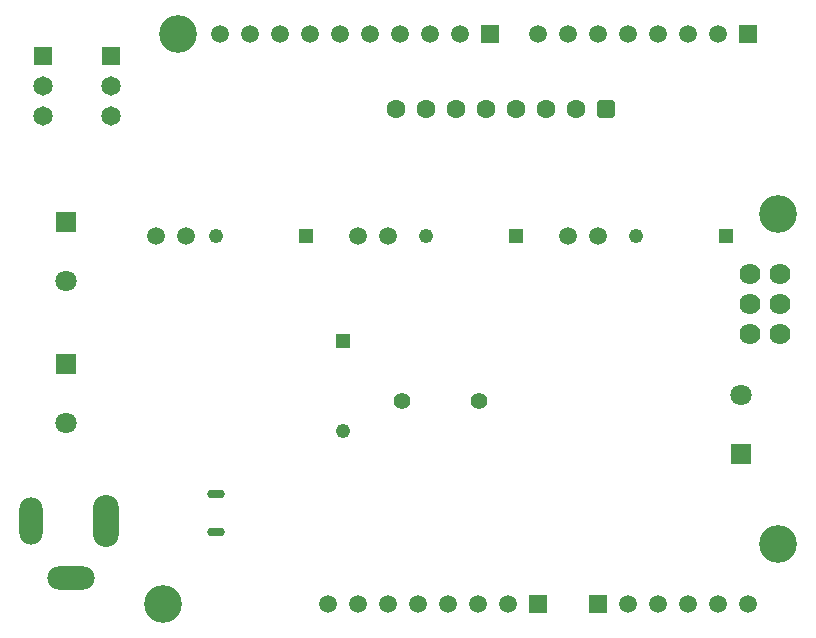
<source format=gtl>
G04*
G04 #@! TF.GenerationSoftware,Altium Limited,Altium Designer,22.5.1 (42)*
G04*
G04 Layer_Physical_Order=1*
G04 Layer_Color=255*
%FSLAX42Y42*%
%MOMM*%
G71*
G04*
G04 #@! TF.SameCoordinates,8F982C1A-2937-4736-9447-CD7387795ED9*
G04*
G04*
G04 #@! TF.FilePolarity,Positive*
G04*
G01*
G75*
%ADD24R,1.24X1.24*%
%ADD25C,1.24*%
%ADD26R,1.24X1.24*%
%ADD34C,1.80*%
%ADD35R,1.80X1.80*%
%ADD36O,2.00X4.00*%
%ADD37O,4.00X2.00*%
%ADD38O,2.20X4.40*%
%ADD39R,1.65X1.65*%
%ADD40C,1.65*%
%ADD41C,1.60*%
G04:AMPARAMS|DCode=42|XSize=1.6mm|YSize=1.6mm|CornerRadius=0.4mm|HoleSize=0mm|Usage=FLASHONLY|Rotation=180.000|XOffset=0mm|YOffset=0mm|HoleType=Round|Shape=RoundedRectangle|*
%AMROUNDEDRECTD42*
21,1,1.60,0.80,0,0,180.0*
21,1,0.80,1.60,0,0,180.0*
1,1,0.80,-0.40,0.40*
1,1,0.80,0.40,0.40*
1,1,0.80,0.40,-0.40*
1,1,0.80,-0.40,-0.40*
%
%ADD42ROUNDEDRECTD42*%
%ADD43C,1.50*%
%ADD44O,1.52X0.76*%
%ADD45C,1.41*%
%ADD46C,1.78*%
%ADD47C,1.52*%
%ADD48R,1.52X1.52*%
%ADD49C,3.20*%
D24*
X2921Y2476D02*
D03*
D25*
Y1715D02*
D03*
X1842Y3365D02*
D03*
X5397D02*
D03*
X3619D02*
D03*
D26*
X2603D02*
D03*
X6160D02*
D03*
X4381D02*
D03*
D34*
X6287Y2024D02*
D03*
X572Y2988D02*
D03*
Y1782D02*
D03*
D35*
X6287Y1524D02*
D03*
X572Y3488D02*
D03*
Y2282D02*
D03*
D36*
X279Y952D02*
D03*
D37*
X619Y473D02*
D03*
D38*
X909Y952D02*
D03*
D39*
X381Y4890D02*
D03*
X952D02*
D03*
D40*
X381Y4635D02*
D03*
Y4381D02*
D03*
X952D02*
D03*
Y4635D02*
D03*
D41*
X3365Y4445D02*
D03*
X3619D02*
D03*
X4128D02*
D03*
X4635D02*
D03*
X4890D02*
D03*
X4381D02*
D03*
X3874D02*
D03*
D42*
X5144D02*
D03*
D43*
X3302Y3365D02*
D03*
X3048D02*
D03*
X1588D02*
D03*
X1334D02*
D03*
X5080D02*
D03*
X4826D02*
D03*
D44*
X1842Y864D02*
D03*
Y1181D02*
D03*
D45*
X4071Y1968D02*
D03*
X3422D02*
D03*
D46*
X6618Y2535D02*
D03*
X6364D02*
D03*
X6618Y2789D02*
D03*
X6364D02*
D03*
X6618Y3043D02*
D03*
X6364D02*
D03*
D47*
X4064Y254D02*
D03*
X4318D02*
D03*
X2794D02*
D03*
X3048D02*
D03*
X3302D02*
D03*
X3556D02*
D03*
X3810D02*
D03*
X5842Y5080D02*
D03*
X6096D02*
D03*
X4572D02*
D03*
X4826D02*
D03*
X5080D02*
D03*
X5334D02*
D03*
X5588D02*
D03*
X1880D02*
D03*
X2134D02*
D03*
X2388D02*
D03*
X2642D02*
D03*
X2896D02*
D03*
X3150D02*
D03*
X3404D02*
D03*
X3658D02*
D03*
X3912D02*
D03*
X6350Y254D02*
D03*
X6096D02*
D03*
X5842D02*
D03*
X5588D02*
D03*
X5334D02*
D03*
D48*
X4572D02*
D03*
X6350Y5080D02*
D03*
X4166D02*
D03*
X5080Y254D02*
D03*
D49*
X1524Y5080D02*
D03*
X1397Y254D02*
D03*
X6604Y3556D02*
D03*
Y762D02*
D03*
M02*

</source>
